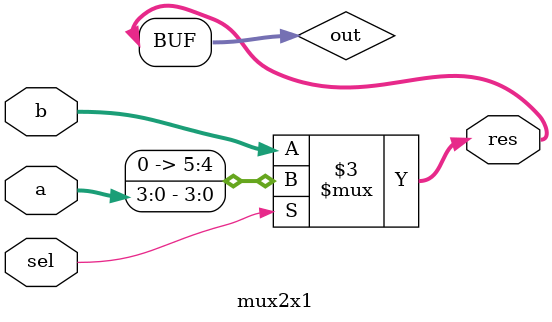
<source format=v>
module mux2x1 (a,b,sel,res);

input wire [3:0] a;
input wire [5:0] b;
input wire sel;
reg [5:0] out;
output wire [5:0] res;

always @ (*) begin
    if (sel)
        out = a; //logical
    else
        out = b; //arithmetic
end

assign res = out;

endmodule
</source>
